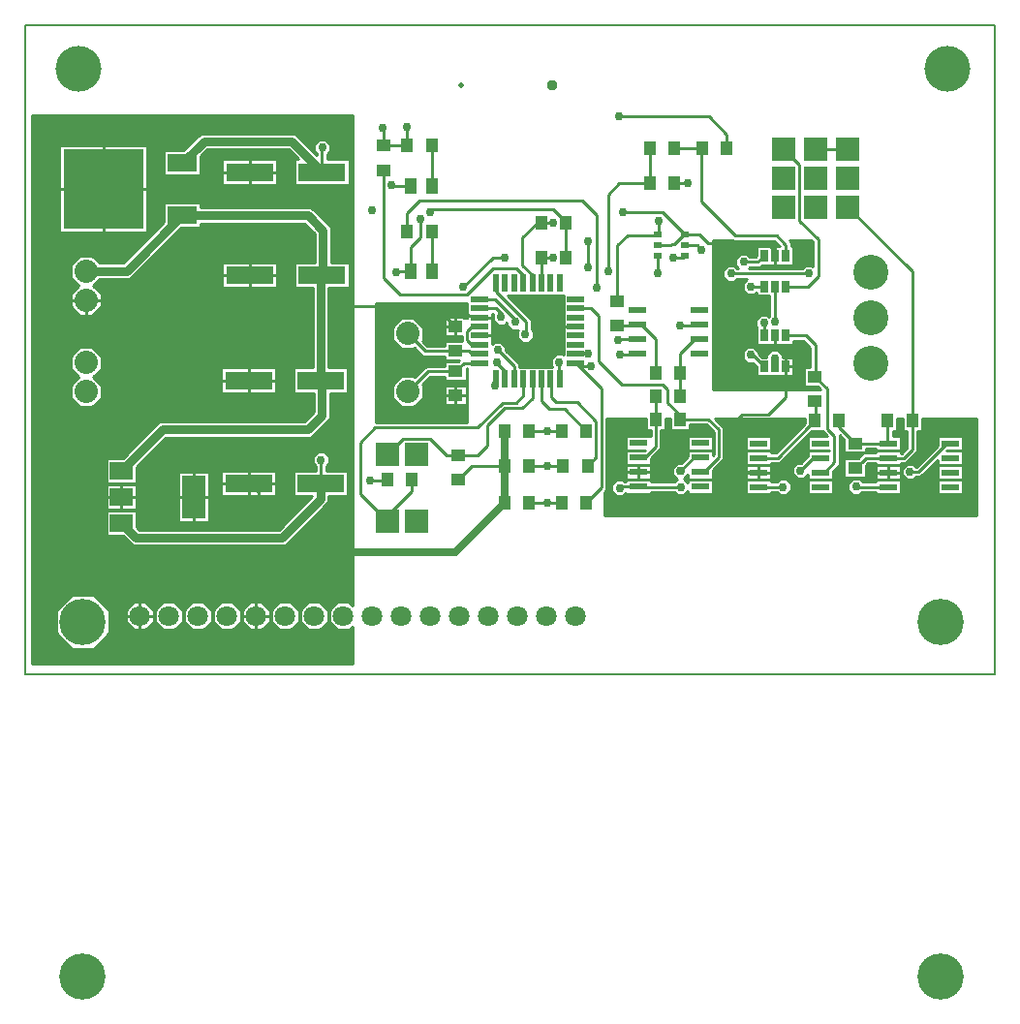
<source format=gbr>
G04 PROTEUS RS274X GERBER FILE*
%FSLAX45Y45*%
%MOMM*%
G01*
%ADD10C,0.254000*%
%ADD11C,0.635000*%
%ADD12C,0.762000*%
%ADD13C,0.762000*%
%ADD14R,6.985000X6.985000*%
%ADD15R,2.540000X1.524000*%
%ADD16R,4.140200X1.600200*%
%ADD17R,1.016000X1.270000*%
%ADD18R,0.990600X1.397000*%
%ADD19R,1.498600X0.558800*%
%ADD70R,0.558800X1.498600*%
%ADD71R,1.270000X1.016000*%
%ADD20C,2.032000*%
%ADD21C,3.048000*%
%ADD22R,2.032000X2.032000*%
%ADD23R,0.660400X0.990600*%
%ADD24R,1.549400X0.609600*%
%ADD25C,0.960000*%
%ADD26C,0.500000*%
%ADD27R,0.635000X0.508000*%
%ADD28R,2.032000X1.524000*%
%ADD29R,2.032000X3.810000*%
%ADD72C,1.800000*%
%ADD73C,4.050000*%
%ADD30C,4.000000*%
%ADD31C,0.203200*%
G36*
X-5600000Y+3022236D02*
X-5618982Y+3022236D01*
X-5637581Y+3003637D01*
X-5637581Y+2983819D01*
X-5796519Y+2983819D01*
X-5796519Y+2816181D01*
X-5643618Y+2816181D01*
X-5643618Y+2770459D01*
X-5796519Y+2770459D01*
X-5796519Y+2732359D01*
X-5949703Y+2732359D01*
X-5992482Y+2775138D01*
X-5985381Y+2782239D01*
X-5985381Y+2893761D01*
X-6064239Y+2972619D01*
X-6175761Y+2972619D01*
X-6254619Y+2893761D01*
X-6254619Y+2782239D01*
X-6175761Y+2703381D01*
X-6064239Y+2703381D01*
X-6057138Y+2710482D01*
X-5987577Y+2640921D01*
X-5796519Y+2640921D01*
X-5796519Y+2602821D01*
X-5671835Y+2602821D01*
X-5680837Y+2593819D01*
X-5796519Y+2593819D01*
X-5796519Y+2555719D01*
X-5958937Y+2555719D01*
X-6057138Y+2457518D01*
X-6064239Y+2464619D01*
X-6175761Y+2464619D01*
X-6254619Y+2385761D01*
X-6254619Y+2274239D01*
X-6175761Y+2195381D01*
X-6064239Y+2195381D01*
X-5985381Y+2274239D01*
X-5985381Y+2385761D01*
X-5992482Y+2392862D01*
X-5921063Y+2464281D01*
X-5796519Y+2464281D01*
X-5796519Y+2426181D01*
X-5603481Y+2426181D01*
X-5603481Y+2534281D01*
X-5600000Y+2534281D01*
X-5600000Y+2062831D01*
X-6400000Y+2062831D01*
X-6400000Y+3100000D01*
X-5600000Y+3100000D01*
X-5600000Y+3022236D01*
G37*
%LPC*%
G36*
X-5796519Y+2212821D02*
X-5796519Y+2380459D01*
X-5603481Y+2380459D01*
X-5603481Y+2212821D01*
X-5796519Y+2212821D01*
G37*
%LPD*%
G36*
X-1150000Y+1250000D02*
X-4400000Y+1250000D01*
X-4400000Y+1451984D01*
X-4379004Y+1472980D01*
X-4379004Y+2100000D01*
X-4037179Y+2100000D01*
X-4037179Y+1993481D01*
X-3995719Y+1993481D01*
X-3995719Y+1947499D01*
X-4210489Y+1947499D01*
X-4210489Y+1820501D01*
X-4044155Y+1820501D01*
X-4044157Y+1820499D01*
X-4210489Y+1820499D01*
X-4210489Y+1693501D01*
X-3989511Y+1693501D01*
X-3989511Y+1745833D01*
X-3904281Y+1831063D01*
X-3904281Y+1993481D01*
X-3869541Y+1993481D01*
X-3869541Y+2100000D01*
X-3823819Y+2100000D01*
X-3823819Y+1993481D01*
X-3656181Y+1993481D01*
X-3656181Y+2044281D01*
X-3508937Y+2044281D01*
X-3445719Y+1981063D01*
X-3445719Y+1778554D01*
X-3449511Y+1774762D01*
X-3449511Y+1820499D01*
X-3670489Y+1820499D01*
X-3670489Y+1768161D01*
X-3727962Y+1710688D01*
X-3763883Y+1710688D01*
X-3807203Y+1667368D01*
X-3807203Y+1608452D01*
X-3765542Y+1566791D01*
X-3763415Y+1566791D01*
X-3788103Y+1542103D01*
X-3989511Y+1542103D01*
X-3989511Y+1566499D01*
X-4210489Y+1566499D01*
X-4210489Y+1548719D01*
X-4226451Y+1548719D01*
X-4236873Y+1559141D01*
X-4295789Y+1559141D01*
X-4337450Y+1517480D01*
X-4337450Y+1458564D01*
X-4295789Y+1416903D01*
X-4236873Y+1416903D01*
X-4210489Y+1443287D01*
X-4210489Y+1439501D01*
X-3989511Y+1439501D01*
X-3989511Y+1450665D01*
X-3788103Y+1450665D01*
X-3762703Y+1425265D01*
X-3703787Y+1425265D01*
X-3670489Y+1458563D01*
X-3670489Y+1439501D01*
X-3449511Y+1439501D01*
X-3449511Y+1566499D01*
X-3670489Y+1566499D01*
X-3670489Y+1534205D01*
X-3703787Y+1567503D01*
X-3705914Y+1567503D01*
X-3670489Y+1602928D01*
X-3670489Y+1566501D01*
X-3449511Y+1566501D01*
X-3449511Y+1645450D01*
X-3354281Y+1740680D01*
X-3354281Y+2018937D01*
X-3435344Y+2100000D01*
X-2643819Y+2100000D01*
X-2643819Y+2056455D01*
X-2643953Y+2056306D01*
X-2904540Y+1795719D01*
X-2939511Y+1795719D01*
X-2939511Y+1813499D01*
X-3160489Y+1813499D01*
X-3160489Y+1686501D01*
X-2939511Y+1686501D01*
X-2939511Y+1704281D01*
X-2866666Y+1704281D01*
X-2587466Y+1983481D01*
X-2497196Y+1983481D01*
X-2454214Y+1940499D01*
X-2620489Y+1940499D01*
X-2620489Y+1813501D01*
X-2434221Y+1813501D01*
X-2434221Y+1813499D01*
X-2620489Y+1813499D01*
X-2620489Y+1770108D01*
X-2679909Y+1710688D01*
X-2715830Y+1710688D01*
X-2757491Y+1669027D01*
X-2757491Y+1610111D01*
X-2715830Y+1568450D01*
X-2656914Y+1568450D01*
X-2620489Y+1604875D01*
X-2620489Y+1559501D01*
X-2399511Y+1559501D01*
X-2399511Y+1636221D01*
X-2342783Y+1692949D01*
X-2342783Y+1948127D01*
X-2306519Y+1911863D01*
X-2306519Y+1796181D01*
X-2113481Y+1796181D01*
X-2113481Y+1831281D01*
X-2030489Y+1831281D01*
X-2030489Y+1813501D01*
X-1809511Y+1813501D01*
X-1809511Y+1940499D01*
X-1877641Y+1940499D01*
X-1877641Y+1983481D01*
X-1839541Y+1983481D01*
X-1839541Y+2100000D01*
X-1793819Y+2100000D01*
X-1793819Y+1983481D01*
X-1755719Y+1983481D01*
X-1755719Y+1841915D01*
X-1802911Y+1794723D01*
X-1809511Y+1794723D01*
X-1809511Y+1813499D01*
X-2030489Y+1813499D01*
X-2030489Y+1795719D01*
X-2134701Y+1795719D01*
X-2178778Y+1751642D01*
X-2180288Y+1750459D01*
X-2306519Y+1750459D01*
X-2306519Y+1582821D01*
X-2113481Y+1582821D01*
X-2113481Y+1687627D01*
X-2096827Y+1704281D01*
X-2030489Y+1704281D01*
X-2030489Y+1686501D01*
X-1809511Y+1686501D01*
X-1809511Y+1703285D01*
X-1765037Y+1703285D01*
X-1664281Y+1804041D01*
X-1664281Y+1983481D01*
X-1626181Y+1983481D01*
X-1626181Y+2100000D01*
X-1150000Y+2100000D01*
X-1150000Y+1250000D01*
G37*
%LPC*%
G36*
X-3160489Y+1813501D02*
X-3160489Y+1940499D01*
X-2939511Y+1940499D01*
X-2939511Y+1813501D01*
X-3160489Y+1813501D01*
G37*
G36*
X-3160489Y+1559501D02*
X-3160489Y+1686499D01*
X-2939511Y+1686499D01*
X-2939511Y+1559501D01*
X-3160489Y+1559501D01*
G37*
G36*
X-2766861Y+1527390D02*
X-2766861Y+1468474D01*
X-2808522Y+1426813D01*
X-2867438Y+1426813D01*
X-2892838Y+1452213D01*
X-2939511Y+1452213D01*
X-2939511Y+1432501D01*
X-3160489Y+1432501D01*
X-3160489Y+1559499D01*
X-2939511Y+1559499D01*
X-2939511Y+1543651D01*
X-2892838Y+1543651D01*
X-2867438Y+1569051D01*
X-2808522Y+1569051D01*
X-2766861Y+1527390D01*
G37*
G36*
X-2620489Y+1432501D02*
X-2620489Y+1559499D01*
X-2399511Y+1559499D01*
X-2399511Y+1432501D01*
X-2620489Y+1432501D01*
G37*
G36*
X-2030489Y+1559501D02*
X-2030489Y+1686499D01*
X-1809511Y+1686499D01*
X-1809511Y+1559501D01*
X-2030489Y+1559501D01*
G37*
G36*
X-2141142Y+1541719D02*
X-2030489Y+1541719D01*
X-2030489Y+1559499D01*
X-1809511Y+1559499D01*
X-1809511Y+1432501D01*
X-2030489Y+1432501D01*
X-2030489Y+1450281D01*
X-2149142Y+1450281D01*
X-2170542Y+1428881D01*
X-2229458Y+1428881D01*
X-2271119Y+1470542D01*
X-2271119Y+1529458D01*
X-2229458Y+1571119D01*
X-2170542Y+1571119D01*
X-2141142Y+1541719D01*
G37*
G36*
X-1490489Y+1432501D02*
X-1490489Y+1559499D01*
X-1269511Y+1559499D01*
X-1269511Y+1432501D01*
X-1490489Y+1432501D01*
G37*
G36*
X-1490489Y+1559501D02*
X-1490489Y+1686499D01*
X-1269511Y+1686499D01*
X-1269511Y+1559501D01*
X-1490489Y+1559501D01*
G37*
G36*
X-1269511Y+1813501D02*
X-1408143Y+1813501D01*
X-1408145Y+1813499D01*
X-1269511Y+1813499D01*
X-1269511Y+1686501D01*
X-1490489Y+1686501D01*
X-1490489Y+1731155D01*
X-1636887Y+1584757D01*
X-1673710Y+1584757D01*
X-1699110Y+1559357D01*
X-1758026Y+1559357D01*
X-1799687Y+1601018D01*
X-1799687Y+1659934D01*
X-1758026Y+1701595D01*
X-1699110Y+1701595D01*
X-1674236Y+1676720D01*
X-1490489Y+1860467D01*
X-1490489Y+1940499D01*
X-1269511Y+1940499D01*
X-1269511Y+1813501D01*
G37*
G36*
X-4210489Y+1566501D02*
X-4210489Y+1693499D01*
X-3989511Y+1693499D01*
X-3989511Y+1566501D01*
X-4210489Y+1566501D01*
G37*
G36*
X-3670489Y+1820501D02*
X-3670489Y+1947499D01*
X-3449511Y+1947499D01*
X-3449511Y+1820501D01*
X-3670489Y+1820501D01*
G37*
%LPD*%
G36*
X-6600000Y+3093258D02*
X-6616364Y+3109622D01*
X-6642666Y+3109622D01*
X-6661265Y+3091023D01*
X-6661265Y+3064721D01*
X-6642666Y+3046122D01*
X-6616364Y+3046122D01*
X-6600000Y+3062486D01*
X-6600000Y+461975D01*
X-6631044Y+493019D01*
X-6732956Y+493019D01*
X-6805019Y+420956D01*
X-6805019Y+319044D01*
X-6732956Y+246981D01*
X-6631044Y+246981D01*
X-6600000Y+278025D01*
X-6600000Y-50000D01*
X-9399040Y-50000D01*
X-9399040Y+4750000D01*
X-6600000Y+4750000D01*
X-6600000Y+3093258D01*
G37*
%LPC*%
G36*
X-9162269Y+3717731D02*
X-9162269Y+4482269D01*
X-8397731Y+4482269D01*
X-8397731Y+3717731D01*
X-9162269Y+3717731D01*
G37*
G36*
X-7929101Y+3942519D02*
X-6962191Y+3942519D01*
X-6789153Y+3769481D01*
X-6789153Y+3463029D01*
X-6629971Y+3463029D01*
X-6629971Y+3236971D01*
X-6808881Y+3236971D01*
X-6808881Y+2543029D01*
X-6639971Y+2543029D01*
X-6639971Y+2316971D01*
X-6797101Y+2316971D01*
X-6797101Y+2093374D01*
X-6961594Y+1928881D01*
X-8231683Y+1928881D01*
X-8485381Y+1675183D01*
X-8485381Y+1531921D01*
X-8754619Y+1531921D01*
X-8754619Y+1750359D01*
X-8611357Y+1750359D01*
X-8290597Y+2071119D01*
X-7020508Y+2071119D01*
X-6939339Y+2152288D01*
X-6939339Y+2316971D01*
X-7120029Y+2316971D01*
X-7120029Y+2543029D01*
X-6951119Y+2543029D01*
X-6951119Y+3236971D01*
X-7110029Y+3236971D01*
X-7110029Y+3463029D01*
X-6931391Y+3463029D01*
X-6931391Y+3710567D01*
X-7021105Y+3800281D01*
X-7929101Y+3800281D01*
X-7929101Y+3762181D01*
X-8097763Y+3762181D01*
X-8547063Y+3312881D01*
X-8810739Y+3312881D01*
X-8866620Y+3257000D01*
X-8795381Y+3185761D01*
X-8795381Y+3074239D01*
X-8874239Y+2995381D01*
X-8985761Y+2995381D01*
X-9064619Y+3074239D01*
X-9064619Y+3185761D01*
X-8993380Y+3257000D01*
X-9064619Y+3328239D01*
X-9064619Y+3439761D01*
X-8985761Y+3518619D01*
X-8874239Y+3518619D01*
X-8810739Y+3455119D01*
X-8605977Y+3455119D01*
X-8249139Y+3811957D01*
X-8249139Y+3980619D01*
X-7929101Y+3980619D01*
X-7929101Y+3942519D01*
G37*
G36*
X-6915719Y+4402411D02*
X-6915719Y+4414976D01*
X-6936233Y+4435490D01*
X-6936233Y+4494406D01*
X-6894572Y+4536067D01*
X-6835656Y+4536067D01*
X-6793995Y+4494406D01*
X-6793995Y+4435490D01*
X-6824281Y+4405204D01*
X-6824281Y+4363029D01*
X-6629971Y+4363029D01*
X-6629971Y+4136971D01*
X-7110029Y+4136971D01*
X-7110029Y+4363029D01*
X-7077489Y+4363029D01*
X-7160893Y+4446433D01*
X-7870711Y+4446433D01*
X-7929101Y+4388043D01*
X-7929101Y+4219381D01*
X-8249139Y+4219381D01*
X-8249139Y+4437819D01*
X-8080477Y+4437819D01*
X-7929625Y+4588671D01*
X-7101979Y+4588671D01*
X-6915719Y+4402411D01*
G37*
G36*
X-7740029Y+3236971D02*
X-7740029Y+3463029D01*
X-7259971Y+3463029D01*
X-7259971Y+3236971D01*
X-7740029Y+3236971D01*
G37*
G36*
X-7740029Y+4136971D02*
X-7740029Y+4363029D01*
X-7259971Y+4363029D01*
X-7259971Y+4136971D01*
X-7740029Y+4136971D01*
G37*
G36*
X-8795381Y+2639761D02*
X-8795381Y+2528239D01*
X-8866620Y+2457000D01*
X-8795381Y+2385761D01*
X-8795381Y+2274239D01*
X-8874239Y+2195381D01*
X-8985761Y+2195381D01*
X-9064619Y+2274239D01*
X-9064619Y+2385761D01*
X-8993380Y+2457000D01*
X-9064619Y+2528239D01*
X-9064619Y+2639761D01*
X-8985761Y+2718619D01*
X-8874239Y+2718619D01*
X-8795381Y+2639761D01*
G37*
G36*
X-7855461Y+1186481D02*
X-8124699Y+1186481D01*
X-8124699Y+1633519D01*
X-7855461Y+1633519D01*
X-7855461Y+1186481D01*
G37*
G36*
X-8485381Y+1519219D02*
X-8485381Y+1300781D01*
X-8754619Y+1300781D01*
X-8754619Y+1519219D01*
X-8485381Y+1519219D01*
G37*
G36*
X-6805386Y+1765621D02*
X-6805386Y+1706705D01*
X-6830786Y+1681305D01*
X-6830786Y+1643029D01*
X-6639971Y+1643029D01*
X-6639971Y+1416971D01*
X-6808881Y+1416971D01*
X-6808881Y+1364502D01*
X-7189033Y+984350D01*
X-8526066Y+984350D01*
X-8611357Y+1069641D01*
X-8754619Y+1069641D01*
X-8754619Y+1288079D01*
X-8485381Y+1288079D01*
X-8485381Y+1144817D01*
X-8467152Y+1126588D01*
X-7247947Y+1126588D01*
X-6957564Y+1416971D01*
X-7120029Y+1416971D01*
X-7120029Y+1643029D01*
X-6922224Y+1643029D01*
X-6922224Y+1681305D01*
X-6947624Y+1706705D01*
X-6947624Y+1765621D01*
X-6905963Y+1807282D01*
X-6847047Y+1807282D01*
X-6805386Y+1765621D01*
G37*
G36*
X-7750029Y+2316971D02*
X-7750029Y+2543029D01*
X-7269971Y+2543029D01*
X-7269971Y+2316971D01*
X-7750029Y+2316971D01*
G37*
G36*
X-7750029Y+1416971D02*
X-7750029Y+1643029D01*
X-7269971Y+1643029D01*
X-7269971Y+1416971D01*
X-7750029Y+1416971D01*
G37*
G36*
X-8583019Y+319044D02*
X-8583019Y+420956D01*
X-8510956Y+493019D01*
X-8409044Y+493019D01*
X-8336981Y+420956D01*
X-8336981Y+319044D01*
X-8409044Y+246981D01*
X-8510956Y+246981D01*
X-8583019Y+319044D01*
G37*
G36*
X-8329019Y+319044D02*
X-8329019Y+420956D01*
X-8256956Y+493019D01*
X-8155044Y+493019D01*
X-8082981Y+420956D01*
X-8082981Y+319044D01*
X-8155044Y+246981D01*
X-8256956Y+246981D01*
X-8329019Y+319044D01*
G37*
G36*
X-8075019Y+319044D02*
X-8075019Y+420956D01*
X-8002956Y+493019D01*
X-7901044Y+493019D01*
X-7828981Y+420956D01*
X-7828981Y+319044D01*
X-7901044Y+246981D01*
X-8002956Y+246981D01*
X-8075019Y+319044D01*
G37*
G36*
X-7821019Y+319044D02*
X-7821019Y+420956D01*
X-7748956Y+493019D01*
X-7647044Y+493019D01*
X-7574981Y+420956D01*
X-7574981Y+319044D01*
X-7647044Y+246981D01*
X-7748956Y+246981D01*
X-7821019Y+319044D01*
G37*
G36*
X-7567019Y+319044D02*
X-7567019Y+420956D01*
X-7494956Y+493019D01*
X-7393044Y+493019D01*
X-7320981Y+420956D01*
X-7320981Y+319044D01*
X-7393044Y+246981D01*
X-7494956Y+246981D01*
X-7567019Y+319044D01*
G37*
G36*
X-7313019Y+319044D02*
X-7313019Y+420956D01*
X-7240956Y+493019D01*
X-7139044Y+493019D01*
X-7066981Y+420956D01*
X-7066981Y+319044D01*
X-7139044Y+246981D01*
X-7240956Y+246981D01*
X-7313019Y+319044D01*
G37*
G36*
X-7059019Y+319044D02*
X-7059019Y+420956D01*
X-6986956Y+493019D01*
X-6885044Y+493019D01*
X-6812981Y+420956D01*
X-6812981Y+319044D01*
X-6885044Y+246981D01*
X-6986956Y+246981D01*
X-7059019Y+319044D01*
G37*
G36*
X-9195519Y+222445D02*
X-9195519Y+417555D01*
X-9057555Y+555519D01*
X-8862445Y+555519D01*
X-8724481Y+417555D01*
X-8724481Y+222445D01*
X-8862445Y+84481D01*
X-9057555Y+84481D01*
X-9195519Y+222445D01*
G37*
G36*
X-7453063Y+1302978D02*
X-7453063Y+1329280D01*
X-7434464Y+1347879D01*
X-7408162Y+1347879D01*
X-7389563Y+1329280D01*
X-7389563Y+1302978D01*
X-7408162Y+1284379D01*
X-7434464Y+1284379D01*
X-7453063Y+1302978D01*
G37*
G36*
X-6819514Y+910732D02*
X-6819514Y+937034D01*
X-6800915Y+955633D01*
X-6774613Y+955633D01*
X-6756014Y+937034D01*
X-6756014Y+910732D01*
X-6774613Y+892133D01*
X-6800915Y+892133D01*
X-6819514Y+910732D01*
G37*
G36*
X-6676786Y+3614750D02*
X-6676786Y+3641052D01*
X-6658187Y+3659651D01*
X-6631885Y+3659651D01*
X-6613286Y+3641052D01*
X-6613286Y+3614750D01*
X-6631885Y+3596151D01*
X-6658187Y+3596151D01*
X-6676786Y+3614750D01*
G37*
G36*
X-6676003Y+4013629D02*
X-6676003Y+4039931D01*
X-6657404Y+4058530D01*
X-6631102Y+4058530D01*
X-6612503Y+4039931D01*
X-6612503Y+4013629D01*
X-6631102Y+3995030D01*
X-6657404Y+3995030D01*
X-6676003Y+4013629D01*
G37*
G36*
X-6676633Y+4675972D02*
X-6676633Y+4702274D01*
X-6658034Y+4720873D01*
X-6631732Y+4720873D01*
X-6613133Y+4702274D01*
X-6613133Y+4675972D01*
X-6631732Y+4657373D01*
X-6658034Y+4657373D01*
X-6676633Y+4675972D01*
G37*
%LPD*%
G36*
X-3274319Y+3649663D02*
X-2914035Y+3649663D01*
X-2866921Y+3602549D01*
X-3071039Y+3602549D01*
X-3071039Y+3518617D01*
X-3077211Y+3512445D01*
X-3128416Y+3512445D01*
X-3153816Y+3537845D01*
X-3212732Y+3537845D01*
X-3254393Y+3496184D01*
X-3254393Y+3437268D01*
X-3227083Y+3409958D01*
X-3238672Y+3409958D01*
X-3264072Y+3435358D01*
X-3322988Y+3435358D01*
X-3364649Y+3393697D01*
X-3364649Y+3334781D01*
X-3322988Y+3293120D01*
X-3264072Y+3293120D01*
X-3238672Y+3318520D01*
X-3153533Y+3318520D01*
X-3192595Y+3279458D01*
X-3192595Y+3220542D01*
X-3150934Y+3178881D01*
X-3092018Y+3178881D01*
X-3071039Y+3199860D01*
X-3071039Y+3167451D01*
X-2955719Y+3167451D01*
X-2955719Y+2993071D01*
X-2960730Y+2988060D01*
X-2974850Y+3002180D01*
X-3033766Y+3002180D01*
X-3075427Y+2960519D01*
X-3075427Y+2901603D01*
X-3071039Y+2897215D01*
X-3071039Y+2737451D01*
X-2748961Y+2737451D01*
X-2748961Y+2774281D01*
X-2659497Y+2774281D01*
X-2602620Y+2717404D01*
X-2602620Y+2547179D01*
X-2656519Y+2547179D01*
X-2656519Y+2379541D01*
X-2540837Y+2379541D01*
X-2511296Y+2350000D01*
X-3450000Y+2350000D01*
X-3450000Y+3650000D01*
X-3274656Y+3650000D01*
X-3274319Y+3649663D01*
G37*
%LPC*%
G36*
X-3050357Y+2682434D02*
X-3050357Y+2660013D01*
X-3022893Y+2632549D01*
X-2983883Y+2632549D01*
X-2983883Y+2653908D01*
X-2942222Y+2695569D01*
X-2883306Y+2695569D01*
X-2841645Y+2653908D01*
X-2841645Y+2632549D01*
X-2748961Y+2632549D01*
X-2748961Y+2467451D01*
X-3071039Y+2467451D01*
X-3071039Y+2551383D01*
X-3101513Y+2581857D01*
X-3150934Y+2581857D01*
X-3192595Y+2623518D01*
X-3192595Y+2682434D01*
X-3150934Y+2724095D01*
X-3092018Y+2724095D01*
X-3050357Y+2682434D01*
G37*
%LPD*%
G36*
X-2575719Y+3641063D02*
X-2575719Y+3429225D01*
X-2583998Y+3437504D01*
X-2642914Y+3437504D01*
X-2670460Y+3409958D01*
X-3139465Y+3409958D01*
X-3128416Y+3421007D01*
X-3039337Y+3421007D01*
X-3022893Y+3437451D01*
X-2748961Y+3437451D01*
X-2748961Y+3602549D01*
X-2769282Y+3602549D01*
X-2769282Y+3634222D01*
X-2785060Y+3650000D01*
X-2584656Y+3650000D01*
X-2575719Y+3641063D01*
G37*
G36*
X-4757949Y+3079041D02*
X-4757949Y+2651963D01*
X-4765290Y+2659304D01*
X-4824206Y+2659304D01*
X-4865867Y+2617643D01*
X-4865867Y+2558727D01*
X-4855089Y+2547949D01*
X-5144281Y+2547949D01*
X-5144281Y+2574696D01*
X-5259576Y+2689991D01*
X-5259576Y+2725912D01*
X-5301237Y+2767573D01*
X-5360153Y+2767573D01*
X-5382051Y+2745675D01*
X-5382051Y+3014281D01*
X-5374546Y+3014281D01*
X-5375202Y+3013625D01*
X-5375202Y+2954709D01*
X-5333541Y+2913048D01*
X-5274625Y+2913048D01*
X-5253554Y+2934119D01*
X-5253554Y+2910527D01*
X-5211893Y+2868866D01*
X-5154161Y+2868866D01*
X-5161916Y+2861111D01*
X-5161916Y+2802195D01*
X-5120255Y+2760534D01*
X-5061339Y+2760534D01*
X-5019678Y+2802195D01*
X-5019678Y+2861111D01*
X-5035453Y+2876886D01*
X-5035453Y+2958195D01*
X-5249309Y+3172051D01*
X-4757949Y+3172051D01*
X-4757949Y+3079041D01*
G37*
D10*
X-1923360Y+2080000D02*
X-1923360Y+1880360D01*
X-1920000Y+1877000D01*
X-2207000Y+1877000D01*
X-2210000Y+1880000D01*
X-2346640Y+2016640D01*
X-2346640Y+2080000D01*
X-1710000Y+2080000D02*
X-1710000Y+1822978D01*
X-1783974Y+1749004D01*
X-1899004Y+1749004D01*
X-1900000Y+1750000D01*
X-1920000Y+1750000D01*
X-3050000Y+1750000D02*
X-2885603Y+1750000D01*
X-2610800Y+2024803D01*
X-2560000Y+2080000D01*
X-2557752Y+2082248D01*
X-2557752Y+2199200D01*
X-2560000Y+2250000D01*
X-1920000Y+1750000D02*
X-2115764Y+1750000D01*
X-2148324Y+1717440D01*
X-2210000Y+1666640D01*
X-2270000Y+4448000D02*
X-2550000Y+4448000D01*
X-5700000Y+2686640D02*
X-5586640Y+2686640D01*
X-5555122Y+2655122D01*
X-5465065Y+2655122D01*
X-5490000Y+2660000D01*
X-5700000Y+2510000D02*
X-5630000Y+2580000D01*
X-5490000Y+2580000D01*
X-6120000Y+2330000D02*
X-5940000Y+2510000D01*
X-5700000Y+2510000D01*
X-6120000Y+2838000D02*
X-5968640Y+2686640D01*
X-5700000Y+2686640D01*
X-4950000Y+3280000D02*
X-4950000Y+3500000D01*
X-5030000Y+3280000D02*
X-5030000Y+3349865D01*
X-5116946Y+3436811D01*
X-5116946Y+3678715D01*
X-4985661Y+3810000D01*
X-4950000Y+3810000D01*
X-4556640Y+1990000D02*
X-4749911Y+2183271D01*
X-4844027Y+2183271D01*
X-4883271Y+2183271D01*
X-4950000Y+2250000D01*
X-4950000Y+2365070D01*
X-4950000Y+2440000D01*
X-4546640Y+1680000D02*
X-4471652Y+1754988D01*
X-4471652Y+2071652D01*
X-4636188Y+2236188D01*
X-4818549Y+2236188D01*
X-4863626Y+2281265D01*
X-4863626Y+2298904D01*
X-4863626Y+2433626D01*
X-4870000Y+2440000D01*
X-4770000Y+1990000D02*
X-4900000Y+1990000D01*
X-5056640Y+1990000D01*
X-4760000Y+1680000D02*
X-4900000Y+1680000D01*
X-5056640Y+1680000D01*
X-4770000Y+1360000D02*
X-4900000Y+1360000D01*
X-5056640Y+1360000D01*
X-4794748Y+2588185D02*
X-4794748Y+2444748D01*
X-4790000Y+2440000D01*
D11*
X-5270000Y+1360000D02*
X-5270000Y+1680000D01*
X-5270000Y+1990000D01*
D10*
X-1380000Y+1877000D02*
X-1409300Y+1877000D01*
X-1655824Y+1630476D01*
X-1728568Y+1630476D01*
X-2686372Y+1639569D02*
X-2575941Y+1750000D01*
X-2510000Y+1750000D01*
X-3740262Y+2906188D02*
X-3580812Y+2906188D01*
X-3570000Y+2917000D01*
X-1920000Y+1496000D02*
X-2196000Y+1496000D01*
X-2200000Y+1500000D01*
X-2837980Y+1497932D02*
X-3048068Y+1497932D01*
X-3050000Y+1496000D01*
X-4265049Y+2655765D02*
X-4117235Y+2655765D01*
X-4110000Y+2663000D01*
X-1710000Y+2080000D02*
X-1710000Y+3380000D01*
X-2270000Y+3940000D01*
X-2815000Y+2550000D02*
X-2815000Y+2285000D01*
X-2900000Y+2200000D01*
X-2966367Y+2133633D01*
X-3193945Y+2133633D01*
X-3320786Y+2006792D01*
X-3320786Y+1997279D01*
X-3320786Y+1727741D01*
X-3222484Y+1629439D01*
X-3056439Y+1629439D01*
X-3050000Y+1623000D01*
X-2510000Y+1623000D02*
X-2477388Y+1623000D01*
X-2388502Y+1711886D01*
X-2388502Y+1939443D01*
X-2454701Y+2005642D01*
X-2454701Y+2358061D01*
X-2560000Y+2463360D01*
X-2815000Y+2820000D02*
X-2640560Y+2820000D01*
X-2556901Y+2736341D01*
X-2556901Y+2466459D01*
X-2560000Y+2463360D01*
X-2815000Y+2550000D02*
X-2815000Y+2627259D01*
X-2910393Y+2722652D01*
X-2910393Y+2819607D01*
X-2910000Y+2820000D01*
X-3005000Y+2550000D02*
X-3107976Y+2652976D01*
X-3121476Y+2652976D01*
X-4850000Y+3500000D02*
X-4950000Y+3500000D01*
X-3121476Y+3250000D02*
X-3005000Y+3250000D01*
X-3800000Y+3500000D02*
X-3709180Y+3500000D01*
X-3693160Y+3516020D01*
X-3005000Y+2820000D02*
X-3005000Y+2930369D01*
X-3004308Y+2931061D01*
X-4851917Y+3807813D02*
X-4947813Y+3807813D01*
X-4950000Y+3810000D01*
X-3183274Y+3466726D02*
X-3058274Y+3466726D01*
X-3005000Y+3520000D01*
X-3550000Y+3572798D02*
X-3587202Y+3610000D01*
X-3693160Y+3610000D01*
X-4100000Y+1757000D02*
X-4043000Y+1757000D01*
X-3950000Y+1850000D01*
X-3950000Y+2086640D01*
X-3953360Y+2090000D01*
X-3953360Y+2286640D01*
X-3950000Y+2290000D01*
X-3560000Y+1630000D02*
X-3529617Y+1630000D01*
X-3400000Y+1759617D01*
X-3400000Y+2000000D01*
X-3490000Y+2090000D01*
X-3740000Y+2090000D01*
X-3736640Y+2290000D02*
X-3736640Y+2490000D01*
X-3736640Y+2663360D01*
X-3610000Y+2790000D01*
X-3570000Y+2790000D01*
X-3950000Y+2490000D02*
X-3950000Y+2790244D01*
X-4076756Y+2917000D01*
X-4110000Y+2917000D01*
X-4290000Y+2910000D02*
X-4117000Y+2910000D01*
X-4110000Y+2917000D01*
X-4650000Y+3060000D02*
X-4518437Y+3060000D01*
X-4452042Y+2993605D01*
X-4452042Y+2597020D01*
X-4280754Y+2425732D01*
X-4248556Y+2393534D01*
X-3913696Y+2393534D01*
X-3913488Y+2393326D01*
X-3890340Y+2393326D01*
X-3845590Y+2348576D01*
X-3845590Y+2325428D01*
X-3845590Y+2235590D01*
X-3740000Y+2130000D01*
X-3740000Y+2090000D01*
X-3786640Y+4460000D02*
X-3550000Y+4460000D01*
X-3546680Y+4456680D01*
X-3543360Y+4460000D01*
X-2815000Y+3520000D02*
X-2815000Y+3615284D01*
X-2822860Y+3623144D01*
X-2895098Y+3695382D01*
X-2916070Y+3695382D01*
X-3255382Y+3695382D01*
X-3550000Y+3990000D01*
X-3550000Y+4453360D01*
X-3546680Y+4456680D01*
X-2910000Y+3250000D02*
X-2910000Y+2940000D01*
X-2908213Y+2940000D01*
X-2912764Y+2624450D02*
X-2910263Y+2621949D01*
X-2910263Y+2599530D01*
X-2910000Y+2550000D01*
X-2815000Y+3250000D02*
X-2620000Y+3250000D01*
X-2530000Y+3340000D01*
X-2530000Y+3660000D01*
X-2695435Y+3825435D01*
X-2695435Y+4311726D01*
X-2806229Y+4422520D01*
X-2818460Y+4422520D01*
X-2830000Y+4448000D01*
X-4110000Y+2790000D02*
X-4270000Y+2790000D01*
X-4280000Y+2780000D01*
X-3293530Y+3364239D02*
X-2621952Y+3364239D01*
X-2619806Y+3366385D01*
X-2613456Y+3366385D01*
X-4266331Y+1488022D02*
X-4251353Y+1503000D01*
X-4100000Y+1503000D01*
X-3733245Y+1496384D02*
X-4022530Y+1496384D01*
X-4100000Y+1503000D01*
X-4022530Y+1496384D02*
X-4093384Y+1496384D01*
X-4100000Y+1503000D01*
X-3734425Y+1639569D02*
X-3736084Y+1637910D01*
X-3734425Y+1639569D02*
X-3616994Y+1757000D01*
X-3560000Y+1757000D01*
D12*
X-8089120Y+3871400D02*
X-8576520Y+3384000D01*
X-8930000Y+3384000D01*
X-8089120Y+3871400D02*
X-6991648Y+3871400D01*
X-6860272Y+3740024D01*
X-6860272Y+3359728D01*
X-6870000Y+3350000D01*
X-6880000Y+2430000D02*
X-6880000Y+3340000D01*
X-6870000Y+3350000D01*
X-8620000Y+1641140D02*
X-8261140Y+2000000D01*
X-6991051Y+2000000D01*
X-6868220Y+2122831D01*
X-6868220Y+2418220D01*
X-6880000Y+2430000D01*
X-8620000Y+1178860D02*
X-8496609Y+1055469D01*
X-7218490Y+1055469D01*
X-6880000Y+1393959D01*
X-6880000Y+1530000D01*
D10*
X-4003360Y+4150000D02*
X-4003360Y+4456640D01*
X-4000000Y+4460000D01*
X-3790000Y+4150000D02*
X-3670952Y+4150000D01*
X-3670905Y+4149953D01*
X-4540685Y+3415995D02*
X-4540685Y+3642592D01*
X-4540593Y+3642684D01*
X-4540593Y+3643875D01*
X-4736640Y+3810000D02*
X-4736640Y+3500000D01*
X-6330000Y+4480000D02*
X-6330000Y+4632084D01*
X-6336064Y+4638148D01*
X-6330000Y+4480000D02*
X-6123360Y+4480000D01*
X-6123360Y+4640666D01*
X-6122591Y+4641435D01*
X-6870000Y+4250000D02*
X-6870000Y+4256116D01*
X-6870000Y+4460062D01*
X-6865114Y+4464948D01*
D12*
X-8089120Y+4328600D02*
X-7900168Y+4517552D01*
X-7131436Y+4517552D01*
X-6870000Y+4256116D01*
D10*
X-6330000Y+4266640D02*
X-6330000Y+3326974D01*
X-6181816Y+3178790D01*
X-5602052Y+3178790D01*
X-5375804Y+3405038D01*
X-5375804Y+3412108D01*
X-5172533Y+3412108D01*
X-5110000Y+3349575D01*
X-5110000Y+3280000D01*
X-5910000Y+4480000D02*
X-5910000Y+4130000D01*
X-5910000Y+3730000D02*
X-5910000Y+3380000D01*
X-3925154Y+3819253D02*
X-3925154Y+3713286D01*
X-3931920Y+3706520D01*
X-2910000Y+3520000D02*
X-2910000Y+3557209D01*
X-2978504Y+3625713D01*
X-3162888Y+3625713D01*
X-3492147Y+3625713D01*
X-3572954Y+3706520D01*
X-3693160Y+3706520D01*
X-3931920Y+3516020D02*
X-3931920Y+3370198D01*
X-3934903Y+3367215D01*
X-5269990Y+3504046D02*
X-5375745Y+3504046D01*
X-5636004Y+3243787D01*
X-5636004Y+3249840D01*
X-6876505Y+1736163D02*
X-6876505Y+1533495D01*
X-6880000Y+1530000D01*
X-5350000Y+3280000D02*
X-5350000Y+3208086D01*
X-5081172Y+2939258D01*
X-5081172Y+2831653D01*
X-5090797Y+2831653D01*
X-5490000Y+3140000D02*
X-5359438Y+3140000D01*
X-5170929Y+2951491D01*
X-5182435Y+2939985D01*
X-5490000Y+3060000D02*
X-5343994Y+3060000D01*
X-5286122Y+3002128D01*
X-5304083Y+2984167D01*
X-4619453Y+2549453D02*
X-4650000Y+2580000D01*
X-4556640Y+1360000D02*
X-4424722Y+1491918D01*
X-4424722Y+2354722D01*
X-4619453Y+2549453D01*
X-5030000Y+2440000D02*
X-5030000Y+2276719D01*
X-5118133Y+2188586D01*
X-5268463Y+2188586D01*
X-5424464Y+2032585D01*
X-5424464Y+1856728D01*
X-5509556Y+1771636D01*
X-5678276Y+1771636D01*
X-5680000Y+1773360D01*
X-5780384Y+1773360D01*
X-5926507Y+1919483D01*
X-6160517Y+1919483D01*
X-6300000Y+1780000D01*
X-5110000Y+2440000D02*
X-5110000Y+2297912D01*
X-5173701Y+2234211D01*
X-5287409Y+2234211D01*
X-5504508Y+2017112D01*
X-5612660Y+2017112D01*
X-6405818Y+2017112D01*
X-6534854Y+1888076D01*
X-6534854Y+1434854D01*
X-6300000Y+1200000D01*
X-7421313Y+1316129D02*
X-7421313Y+1447619D01*
X-7423684Y+1449990D01*
X-7510000Y+1530000D01*
X-5356295Y+2383548D02*
X-5350000Y+2440000D01*
X-6090000Y+3380000D02*
X-6090000Y+3598802D01*
X-6005974Y+3682828D01*
X-6005974Y+3838715D01*
X-5341123Y+2586619D02*
X-5341123Y+2580566D01*
X-5270000Y+2509443D01*
X-5270000Y+2440000D01*
X-5330695Y+2696454D02*
X-5190000Y+2555759D01*
X-5190000Y+2440000D01*
X-5270000Y+1680000D02*
X-5560000Y+1680000D01*
X-5680000Y+1560000D01*
D11*
X-5270000Y+1360000D02*
X-5706117Y+923883D01*
X-6787764Y+923883D01*
D10*
X-5700000Y+2900000D02*
X-5881358Y+3081358D01*
X-6385185Y+3081358D01*
X-6626029Y+3081358D01*
X-6629515Y+3077872D01*
X-6090000Y+3380000D02*
X-6214387Y+3380000D01*
X-6216477Y+3377910D01*
X-6090000Y+4130000D02*
X-6259334Y+4130000D01*
X-6262469Y+4133135D01*
X-6258897Y+4133135D01*
X-3693160Y+3706520D02*
X-3887698Y+3901058D01*
X-4235184Y+3901058D01*
X-5490000Y+2900000D02*
X-5559439Y+2900000D01*
X-5597899Y+2861540D01*
X-5597899Y+2778180D01*
X-5559719Y+2740000D01*
X-5490000Y+2740000D01*
X-5490000Y+2980000D02*
X-5558633Y+2980000D01*
X-5569119Y+2990486D01*
X-5605831Y+2990486D01*
X-4650000Y+2660000D02*
X-4587308Y+2660000D01*
X-4585738Y+2661570D01*
X-4545851Y+2661570D01*
X-3931920Y+3612540D02*
X-3818817Y+3612540D01*
X-3814585Y+3616772D01*
X-3791979Y+3616772D01*
X-3702231Y+3706520D01*
X-3693160Y+3706520D01*
X-6086640Y+1560000D02*
X-6086640Y+1463360D01*
X-6300000Y+1250000D01*
X-6300000Y+1200000D01*
X-6450000Y+1550000D02*
X-6310000Y+1550000D01*
X-6300000Y+1560000D01*
X-3330000Y+4460000D02*
X-3330000Y+4580000D01*
X-3485797Y+4735797D01*
X-4269818Y+4735797D01*
X-4290000Y+3123360D02*
X-4290000Y+3610000D01*
X-4200000Y+3700000D01*
X-3938440Y+3700000D01*
X-3931920Y+3706520D01*
X-6123360Y+3730000D02*
X-6123360Y+3889640D01*
X-6013000Y+4000000D01*
X-4594875Y+4000000D01*
X-4469502Y+3874627D01*
X-4469502Y+3236816D01*
X-4516849Y+2549453D02*
X-4619453Y+2549453D01*
X-4736640Y+3810000D02*
X-4736640Y+3812033D01*
X-4846562Y+3921955D01*
X-5898274Y+3921955D01*
X-5922580Y+3897649D01*
X-4003360Y+4150000D02*
X-4269183Y+4150000D01*
X-4367662Y+4051521D01*
X-4367662Y+3383694D01*
X-4369579Y+3381777D01*
D13*
X-4900000Y+1990000D03*
X-4900000Y+1680000D03*
X-4900000Y+1360000D03*
X-4794748Y+2588185D03*
X-1728568Y+1630476D03*
X-2686372Y+1639569D03*
X-3740262Y+2906188D03*
X-2200000Y+1500000D03*
X-2837980Y+1497932D03*
X-4265049Y+2655765D03*
X-3121476Y+2652976D03*
X-4850000Y+3500000D03*
X-3121476Y+3250000D03*
X-3800000Y+3500000D03*
X-3004308Y+2931061D03*
X-4851917Y+3807813D03*
X-3183274Y+3466726D03*
X-3550000Y+3572798D03*
X-2908213Y+2940000D03*
X-2912764Y+2624450D03*
X-4280000Y+2780000D03*
X-3293530Y+3364239D03*
X-2613456Y+3366385D03*
X-3733245Y+1496384D03*
X-3734425Y+1639569D03*
X-3736084Y+1637910D03*
X-4266331Y+1488022D03*
X-3670905Y+4149953D03*
X-4540685Y+3415995D03*
X-4540593Y+3643875D03*
X-6336064Y+4638148D03*
X-6122591Y+4641435D03*
X-6865114Y+4464948D03*
X-3925154Y+3819253D03*
X-5269990Y+3504046D03*
X-5636004Y+3249840D03*
X-6876505Y+1736163D03*
X-5090797Y+2831653D03*
X-5182435Y+2939985D03*
X-5304083Y+2984167D03*
X-7421313Y+1316129D03*
X-5356295Y+2383548D03*
X-6005974Y+3838715D03*
X-5341123Y+2586619D03*
X-5330695Y+2696454D03*
X-6787764Y+923883D03*
X-6629515Y+3077872D03*
X-6216477Y+3377910D03*
X-6645036Y+3627901D03*
X-6258897Y+4133135D03*
X-6644253Y+4026780D03*
X-6644883Y+4689123D03*
X-4235184Y+3901058D03*
X-5605831Y+2990486D03*
X-4545851Y+2661570D03*
X-6450000Y+1550000D03*
X-4269818Y+4735797D03*
X-4469502Y+3236816D03*
X-4516849Y+2549453D03*
X-5922580Y+3897649D03*
X-6428834Y+3913696D03*
X-4369579Y+3381777D03*
X-3934903Y+3367215D03*
D10*
X-5600000Y+3022236D02*
X-5618982Y+3022236D01*
X-5637581Y+3003637D01*
X-5637581Y+2983819D01*
X-5796519Y+2983819D01*
X-5796519Y+2816181D01*
X-5643618Y+2816181D01*
X-5643618Y+2770459D01*
X-5796519Y+2770459D01*
X-5796519Y+2732359D01*
X-5949703Y+2732359D01*
X-5992482Y+2775138D01*
X-5985381Y+2782239D01*
X-5985381Y+2893761D01*
X-6064239Y+2972619D01*
X-6175761Y+2972619D01*
X-6254619Y+2893761D01*
X-6254619Y+2782239D01*
X-6175761Y+2703381D01*
X-6064239Y+2703381D01*
X-6057138Y+2710482D01*
X-5987577Y+2640921D01*
X-5796519Y+2640921D01*
X-5796519Y+2602821D01*
X-5671835Y+2602821D01*
X-5680837Y+2593819D01*
X-5796519Y+2593819D01*
X-5796519Y+2555719D01*
X-5958937Y+2555719D01*
X-6057138Y+2457518D01*
X-6064239Y+2464619D01*
X-6175761Y+2464619D01*
X-6254619Y+2385761D01*
X-6254619Y+2274239D01*
X-6175761Y+2195381D01*
X-6064239Y+2195381D01*
X-5985381Y+2274239D01*
X-5985381Y+2385761D01*
X-5992482Y+2392862D01*
X-5921063Y+2464281D01*
X-5796519Y+2464281D01*
X-5796519Y+2426181D01*
X-5603481Y+2426181D01*
X-5603481Y+2534281D01*
X-5600000Y+2534281D01*
X-5600000Y+2062831D01*
X-6400000Y+2062831D01*
X-6400000Y+3100000D01*
X-5600000Y+3100000D01*
X-5600000Y+3022236D01*
X-5796519Y+2212821D02*
X-5796519Y+2380459D01*
X-5603481Y+2380459D01*
X-5603481Y+2212821D01*
X-5796519Y+2212821D01*
X-5700000Y+2983819D02*
X-5700000Y+2900000D01*
X-5700000Y+2816181D02*
X-5700000Y+2900000D01*
X-5796519Y+2900000D02*
X-5700000Y+2900000D01*
X-5700000Y+2212821D02*
X-5700000Y+2296640D01*
X-5700000Y+2380459D02*
X-5700000Y+2296640D01*
X-5603481Y+2296640D02*
X-5700000Y+2296640D01*
X-5796519Y+2296640D02*
X-5700000Y+2296640D01*
X-1150000Y+1250000D02*
X-4400000Y+1250000D01*
X-4400000Y+1451984D01*
X-4379004Y+1472980D01*
X-4379004Y+2100000D01*
X-4037179Y+2100000D01*
X-4037179Y+1993481D01*
X-3995719Y+1993481D01*
X-3995719Y+1947499D01*
X-4210489Y+1947499D01*
X-4210489Y+1820501D01*
X-4044155Y+1820501D01*
X-4044157Y+1820499D01*
X-4210489Y+1820499D01*
X-4210489Y+1693501D01*
X-3989511Y+1693501D01*
X-3989511Y+1745833D01*
X-3904281Y+1831063D01*
X-3904281Y+1993481D01*
X-3869541Y+1993481D01*
X-3869541Y+2100000D01*
X-3823819Y+2100000D01*
X-3823819Y+1993481D01*
X-3656181Y+1993481D01*
X-3656181Y+2044281D01*
X-3508937Y+2044281D01*
X-3445719Y+1981063D01*
X-3445719Y+1778554D01*
X-3449511Y+1774762D01*
X-3449511Y+1820499D01*
X-3670489Y+1820499D01*
X-3670489Y+1768161D01*
X-3727962Y+1710688D01*
X-3763883Y+1710688D01*
X-3807203Y+1667368D01*
X-3807203Y+1608452D01*
X-3765542Y+1566791D01*
X-3763415Y+1566791D01*
X-3788103Y+1542103D01*
X-3989511Y+1542103D01*
X-3989511Y+1566499D01*
X-4210489Y+1566499D01*
X-4210489Y+1548719D01*
X-4226451Y+1548719D01*
X-4236873Y+1559141D01*
X-4295789Y+1559141D01*
X-4337450Y+1517480D01*
X-4337450Y+1458564D01*
X-4295789Y+1416903D01*
X-4236873Y+1416903D01*
X-4210489Y+1443287D01*
X-4210489Y+1439501D01*
X-3989511Y+1439501D01*
X-3989511Y+1450665D01*
X-3788103Y+1450665D01*
X-3762703Y+1425265D01*
X-3703787Y+1425265D01*
X-3670489Y+1458563D01*
X-3670489Y+1439501D01*
X-3449511Y+1439501D01*
X-3449511Y+1566499D01*
X-3670489Y+1566499D01*
X-3670489Y+1534205D01*
X-3703787Y+1567503D01*
X-3705914Y+1567503D01*
X-3670489Y+1602928D01*
X-3670489Y+1566501D01*
X-3449511Y+1566501D01*
X-3449511Y+1645450D01*
X-3354281Y+1740680D01*
X-3354281Y+2018937D01*
X-3435344Y+2100000D01*
X-2643819Y+2100000D01*
X-2643819Y+2056455D01*
X-2643953Y+2056306D01*
X-2904540Y+1795719D01*
X-2939511Y+1795719D01*
X-2939511Y+1813499D01*
X-3160489Y+1813499D01*
X-3160489Y+1686501D01*
X-2939511Y+1686501D01*
X-2939511Y+1704281D01*
X-2866666Y+1704281D01*
X-2587466Y+1983481D01*
X-2497196Y+1983481D01*
X-2454214Y+1940499D01*
X-2620489Y+1940499D01*
X-2620489Y+1813501D01*
X-2434221Y+1813501D01*
X-2434221Y+1813499D01*
X-2620489Y+1813499D01*
X-2620489Y+1770108D01*
X-2679909Y+1710688D01*
X-2715830Y+1710688D01*
X-2757491Y+1669027D01*
X-2757491Y+1610111D01*
X-2715830Y+1568450D01*
X-2656914Y+1568450D01*
X-2620489Y+1604875D01*
X-2620489Y+1559501D01*
X-2399511Y+1559501D01*
X-2399511Y+1636221D01*
X-2342783Y+1692949D01*
X-2342783Y+1948127D01*
X-2306519Y+1911863D01*
X-2306519Y+1796181D01*
X-2113481Y+1796181D01*
X-2113481Y+1831281D01*
X-2030489Y+1831281D01*
X-2030489Y+1813501D01*
X-1809511Y+1813501D01*
X-1809511Y+1940499D01*
X-1877641Y+1940499D01*
X-1877641Y+1983481D01*
X-1839541Y+1983481D01*
X-1839541Y+2100000D01*
X-1793819Y+2100000D01*
X-1793819Y+1983481D01*
X-1755719Y+1983481D01*
X-1755719Y+1841915D01*
X-1802911Y+1794723D01*
X-1809511Y+1794723D01*
X-1809511Y+1813499D01*
X-2030489Y+1813499D01*
X-2030489Y+1795719D01*
X-2134701Y+1795719D01*
X-2178778Y+1751642D01*
X-2180288Y+1750459D01*
X-2306519Y+1750459D01*
X-2306519Y+1582821D01*
X-2113481Y+1582821D01*
X-2113481Y+1687627D01*
X-2096827Y+1704281D01*
X-2030489Y+1704281D01*
X-2030489Y+1686501D01*
X-1809511Y+1686501D01*
X-1809511Y+1703285D01*
X-1765037Y+1703285D01*
X-1664281Y+1804041D01*
X-1664281Y+1983481D01*
X-1626181Y+1983481D01*
X-1626181Y+2100000D01*
X-1150000Y+2100000D01*
X-1150000Y+1250000D01*
X-3160489Y+1813501D02*
X-3160489Y+1940499D01*
X-2939511Y+1940499D01*
X-2939511Y+1813501D01*
X-3160489Y+1813501D01*
X-3160489Y+1559501D02*
X-3160489Y+1686499D01*
X-2939511Y+1686499D01*
X-2939511Y+1559501D01*
X-3160489Y+1559501D01*
X-2766861Y+1527390D02*
X-2766861Y+1468474D01*
X-2808522Y+1426813D01*
X-2867438Y+1426813D01*
X-2892838Y+1452213D01*
X-2939511Y+1452213D01*
X-2939511Y+1432501D01*
X-3160489Y+1432501D01*
X-3160489Y+1559499D01*
X-2939511Y+1559499D01*
X-2939511Y+1543651D01*
X-2892838Y+1543651D01*
X-2867438Y+1569051D01*
X-2808522Y+1569051D01*
X-2766861Y+1527390D01*
X-2620489Y+1432501D02*
X-2620489Y+1559499D01*
X-2399511Y+1559499D01*
X-2399511Y+1432501D01*
X-2620489Y+1432501D01*
X-2030489Y+1559501D02*
X-2030489Y+1686499D01*
X-1809511Y+1686499D01*
X-1809511Y+1559501D01*
X-2030489Y+1559501D01*
X-2141142Y+1541719D02*
X-2030489Y+1541719D01*
X-2030489Y+1559499D01*
X-1809511Y+1559499D01*
X-1809511Y+1432501D01*
X-2030489Y+1432501D01*
X-2030489Y+1450281D01*
X-2149142Y+1450281D01*
X-2170542Y+1428881D01*
X-2229458Y+1428881D01*
X-2271119Y+1470542D01*
X-2271119Y+1529458D01*
X-2229458Y+1571119D01*
X-2170542Y+1571119D01*
X-2141142Y+1541719D01*
X-1490489Y+1432501D02*
X-1490489Y+1559499D01*
X-1269511Y+1559499D01*
X-1269511Y+1432501D01*
X-1490489Y+1432501D01*
X-1490489Y+1559501D02*
X-1490489Y+1686499D01*
X-1269511Y+1686499D01*
X-1269511Y+1559501D01*
X-1490489Y+1559501D01*
X-1269511Y+1813501D02*
X-1408143Y+1813501D01*
X-1408145Y+1813499D01*
X-1269511Y+1813499D01*
X-1269511Y+1686501D01*
X-1490489Y+1686501D01*
X-1490489Y+1731155D01*
X-1636887Y+1584757D01*
X-1673710Y+1584757D01*
X-1699110Y+1559357D01*
X-1758026Y+1559357D01*
X-1799687Y+1601018D01*
X-1799687Y+1659934D01*
X-1758026Y+1701595D01*
X-1699110Y+1701595D01*
X-1674236Y+1676720D01*
X-1490489Y+1860467D01*
X-1490489Y+1940499D01*
X-1269511Y+1940499D01*
X-1269511Y+1813501D01*
X-4210489Y+1566501D02*
X-4210489Y+1693499D01*
X-3989511Y+1693499D01*
X-3989511Y+1566501D01*
X-4210489Y+1566501D01*
X-3670489Y+1820501D02*
X-3670489Y+1947499D01*
X-3449511Y+1947499D01*
X-3449511Y+1820501D01*
X-3670489Y+1820501D01*
X-3050000Y+1559501D02*
X-3050000Y+1623000D01*
X-3050000Y+1686499D02*
X-3050000Y+1623000D01*
X-2939511Y+1623000D02*
X-3050000Y+1623000D01*
X-3160489Y+1623000D02*
X-3050000Y+1623000D01*
X-1920000Y+1559501D02*
X-1920000Y+1623000D01*
X-1920000Y+1686499D02*
X-1920000Y+1623000D01*
X-1809511Y+1623000D02*
X-1920000Y+1623000D01*
X-2030489Y+1623000D02*
X-1920000Y+1623000D01*
X-4100000Y+1566501D02*
X-4100000Y+1630000D01*
X-4100000Y+1693499D02*
X-4100000Y+1630000D01*
X-3989511Y+1630000D02*
X-4100000Y+1630000D01*
X-4210489Y+1630000D02*
X-4100000Y+1630000D01*
X-6600000Y+3093258D02*
X-6616364Y+3109622D01*
X-6642666Y+3109622D01*
X-6661265Y+3091023D01*
X-6661265Y+3064721D01*
X-6642666Y+3046122D01*
X-6616364Y+3046122D01*
X-6600000Y+3062486D01*
X-6600000Y+461975D01*
X-6631044Y+493019D01*
X-6732956Y+493019D01*
X-6805019Y+420956D01*
X-6805019Y+319044D01*
X-6732956Y+246981D01*
X-6631044Y+246981D01*
X-6600000Y+278025D01*
X-6600000Y-50000D01*
X-9399040Y-50000D01*
X-9399040Y+4750000D01*
X-6600000Y+4750000D01*
X-6600000Y+3093258D01*
X-9162269Y+3717731D02*
X-9162269Y+4482269D01*
X-8397731Y+4482269D01*
X-8397731Y+3717731D01*
X-9162269Y+3717731D01*
X-7929101Y+3942519D02*
X-6962191Y+3942519D01*
X-6789153Y+3769481D01*
X-6789153Y+3463029D01*
X-6629971Y+3463029D01*
X-6629971Y+3236971D01*
X-6808881Y+3236971D01*
X-6808881Y+2543029D01*
X-6639971Y+2543029D01*
X-6639971Y+2316971D01*
X-6797101Y+2316971D01*
X-6797101Y+2093374D01*
X-6961594Y+1928881D01*
X-8231683Y+1928881D01*
X-8485381Y+1675183D01*
X-8485381Y+1531921D01*
X-8754619Y+1531921D01*
X-8754619Y+1750359D01*
X-8611357Y+1750359D01*
X-8290597Y+2071119D01*
X-7020508Y+2071119D01*
X-6939339Y+2152288D01*
X-6939339Y+2316971D01*
X-7120029Y+2316971D01*
X-7120029Y+2543029D01*
X-6951119Y+2543029D01*
X-6951119Y+3236971D01*
X-7110029Y+3236971D01*
X-7110029Y+3463029D01*
X-6931391Y+3463029D01*
X-6931391Y+3710567D01*
X-7021105Y+3800281D01*
X-7929101Y+3800281D01*
X-7929101Y+3762181D01*
X-8097763Y+3762181D01*
X-8547063Y+3312881D01*
X-8810739Y+3312881D01*
X-8866620Y+3257000D01*
X-8795381Y+3185761D01*
X-8795381Y+3074239D01*
X-8874239Y+2995381D01*
X-8985761Y+2995381D01*
X-9064619Y+3074239D01*
X-9064619Y+3185761D01*
X-8993380Y+3257000D01*
X-9064619Y+3328239D01*
X-9064619Y+3439761D01*
X-8985761Y+3518619D01*
X-8874239Y+3518619D01*
X-8810739Y+3455119D01*
X-8605977Y+3455119D01*
X-8249139Y+3811957D01*
X-8249139Y+3980619D01*
X-7929101Y+3980619D01*
X-7929101Y+3942519D01*
X-6915719Y+4402411D02*
X-6915719Y+4414976D01*
X-6936233Y+4435490D01*
X-6936233Y+4494406D01*
X-6894572Y+4536067D01*
X-6835656Y+4536067D01*
X-6793995Y+4494406D01*
X-6793995Y+4435490D01*
X-6824281Y+4405204D01*
X-6824281Y+4363029D01*
X-6629971Y+4363029D01*
X-6629971Y+4136971D01*
X-7110029Y+4136971D01*
X-7110029Y+4363029D01*
X-7077489Y+4363029D01*
X-7160893Y+4446433D01*
X-7870711Y+4446433D01*
X-7929101Y+4388043D01*
X-7929101Y+4219381D01*
X-8249139Y+4219381D01*
X-8249139Y+4437819D01*
X-8080477Y+4437819D01*
X-7929625Y+4588671D01*
X-7101979Y+4588671D01*
X-6915719Y+4402411D01*
X-7740029Y+3236971D02*
X-7740029Y+3463029D01*
X-7259971Y+3463029D01*
X-7259971Y+3236971D01*
X-7740029Y+3236971D01*
X-7740029Y+4136971D02*
X-7740029Y+4363029D01*
X-7259971Y+4363029D01*
X-7259971Y+4136971D01*
X-7740029Y+4136971D01*
X-8795381Y+2639761D02*
X-8795381Y+2528239D01*
X-8866620Y+2457000D01*
X-8795381Y+2385761D01*
X-8795381Y+2274239D01*
X-8874239Y+2195381D01*
X-8985761Y+2195381D01*
X-9064619Y+2274239D01*
X-9064619Y+2385761D01*
X-8993380Y+2457000D01*
X-9064619Y+2528239D01*
X-9064619Y+2639761D01*
X-8985761Y+2718619D01*
X-8874239Y+2718619D01*
X-8795381Y+2639761D01*
X-7855461Y+1186481D02*
X-8124699Y+1186481D01*
X-8124699Y+1633519D01*
X-7855461Y+1633519D01*
X-7855461Y+1186481D01*
X-8485381Y+1519219D02*
X-8485381Y+1300781D01*
X-8754619Y+1300781D01*
X-8754619Y+1519219D01*
X-8485381Y+1519219D01*
X-6805386Y+1765621D02*
X-6805386Y+1706705D01*
X-6830786Y+1681305D01*
X-6830786Y+1643029D01*
X-6639971Y+1643029D01*
X-6639971Y+1416971D01*
X-6808881Y+1416971D01*
X-6808881Y+1364502D01*
X-7189033Y+984350D01*
X-8526066Y+984350D01*
X-8611357Y+1069641D01*
X-8754619Y+1069641D01*
X-8754619Y+1288079D01*
X-8485381Y+1288079D01*
X-8485381Y+1144817D01*
X-8467152Y+1126588D01*
X-7247947Y+1126588D01*
X-6957564Y+1416971D01*
X-7120029Y+1416971D01*
X-7120029Y+1643029D01*
X-6922224Y+1643029D01*
X-6922224Y+1681305D01*
X-6947624Y+1706705D01*
X-6947624Y+1765621D01*
X-6905963Y+1807282D01*
X-6847047Y+1807282D01*
X-6805386Y+1765621D01*
X-7750029Y+2316971D02*
X-7750029Y+2543029D01*
X-7269971Y+2543029D01*
X-7269971Y+2316971D01*
X-7750029Y+2316971D01*
X-7750029Y+1416971D02*
X-7750029Y+1643029D01*
X-7269971Y+1643029D01*
X-7269971Y+1416971D01*
X-7750029Y+1416971D01*
X-8583019Y+319044D02*
X-8583019Y+420956D01*
X-8510956Y+493019D01*
X-8409044Y+493019D01*
X-8336981Y+420956D01*
X-8336981Y+319044D01*
X-8409044Y+246981D01*
X-8510956Y+246981D01*
X-8583019Y+319044D01*
X-8329019Y+319044D02*
X-8329019Y+420956D01*
X-8256956Y+493019D01*
X-8155044Y+493019D01*
X-8082981Y+420956D01*
X-8082981Y+319044D01*
X-8155044Y+246981D01*
X-8256956Y+246981D01*
X-8329019Y+319044D01*
X-8075019Y+319044D02*
X-8075019Y+420956D01*
X-8002956Y+493019D01*
X-7901044Y+493019D01*
X-7828981Y+420956D01*
X-7828981Y+319044D01*
X-7901044Y+246981D01*
X-8002956Y+246981D01*
X-8075019Y+319044D01*
X-7821019Y+319044D02*
X-7821019Y+420956D01*
X-7748956Y+493019D01*
X-7647044Y+493019D01*
X-7574981Y+420956D01*
X-7574981Y+319044D01*
X-7647044Y+246981D01*
X-7748956Y+246981D01*
X-7821019Y+319044D01*
X-7567019Y+319044D02*
X-7567019Y+420956D01*
X-7494956Y+493019D01*
X-7393044Y+493019D01*
X-7320981Y+420956D01*
X-7320981Y+319044D01*
X-7393044Y+246981D01*
X-7494956Y+246981D01*
X-7567019Y+319044D01*
X-7313019Y+319044D02*
X-7313019Y+420956D01*
X-7240956Y+493019D01*
X-7139044Y+493019D01*
X-7066981Y+420956D01*
X-7066981Y+319044D01*
X-7139044Y+246981D01*
X-7240956Y+246981D01*
X-7313019Y+319044D01*
X-7059019Y+319044D02*
X-7059019Y+420956D01*
X-6986956Y+493019D01*
X-6885044Y+493019D01*
X-6812981Y+420956D01*
X-6812981Y+319044D01*
X-6885044Y+246981D01*
X-6986956Y+246981D01*
X-7059019Y+319044D01*
X-9195519Y+222445D02*
X-9195519Y+417555D01*
X-9057555Y+555519D01*
X-8862445Y+555519D01*
X-8724481Y+417555D01*
X-8724481Y+222445D01*
X-8862445Y+84481D01*
X-9057555Y+84481D01*
X-9195519Y+222445D01*
X-7453063Y+1302978D02*
X-7453063Y+1329280D01*
X-7434464Y+1347879D01*
X-7408162Y+1347879D01*
X-7389563Y+1329280D01*
X-7389563Y+1302978D01*
X-7408162Y+1284379D01*
X-7434464Y+1284379D01*
X-7453063Y+1302978D01*
X-6819514Y+910732D02*
X-6819514Y+937034D01*
X-6800915Y+955633D01*
X-6774613Y+955633D01*
X-6756014Y+937034D01*
X-6756014Y+910732D01*
X-6774613Y+892133D01*
X-6800915Y+892133D01*
X-6819514Y+910732D01*
X-6676786Y+3614750D02*
X-6676786Y+3641052D01*
X-6658187Y+3659651D01*
X-6631885Y+3659651D01*
X-6613286Y+3641052D01*
X-6613286Y+3614750D01*
X-6631885Y+3596151D01*
X-6658187Y+3596151D01*
X-6676786Y+3614750D01*
X-6676003Y+4013629D02*
X-6676003Y+4039931D01*
X-6657404Y+4058530D01*
X-6631102Y+4058530D01*
X-6612503Y+4039931D01*
X-6612503Y+4013629D01*
X-6631102Y+3995030D01*
X-6657404Y+3995030D01*
X-6676003Y+4013629D01*
X-6676633Y+4675972D02*
X-6676633Y+4702274D01*
X-6658034Y+4720873D01*
X-6631732Y+4720873D01*
X-6613133Y+4702274D01*
X-6613133Y+4675972D01*
X-6631732Y+4657373D01*
X-6658034Y+4657373D01*
X-6676633Y+4675972D01*
X-8780000Y+3717731D02*
X-8780000Y+4100000D01*
X-8780000Y+4482269D02*
X-8780000Y+4100000D01*
X-8397731Y+4100000D02*
X-8780000Y+4100000D01*
X-9162269Y+4100000D02*
X-8780000Y+4100000D01*
X-7500000Y+3236971D02*
X-7500000Y+3350000D01*
X-7500000Y+3463029D02*
X-7500000Y+3350000D01*
X-7259971Y+3350000D02*
X-7500000Y+3350000D01*
X-7740029Y+3350000D02*
X-7500000Y+3350000D01*
X-7500000Y+4136971D02*
X-7500000Y+4250000D01*
X-7500000Y+4363029D02*
X-7500000Y+4250000D01*
X-7259971Y+4250000D02*
X-7500000Y+4250000D01*
X-7740029Y+4250000D02*
X-7500000Y+4250000D01*
X-8930000Y+2995381D02*
X-8930000Y+3130000D01*
X-8795381Y+3130000D02*
X-8930000Y+3130000D01*
X-9064619Y+3130000D02*
X-8930000Y+3130000D01*
X-7855461Y+1410000D02*
X-7990080Y+1410000D01*
X-8124699Y+1410000D02*
X-7990080Y+1410000D01*
X-7990080Y+1633519D02*
X-7990080Y+1410000D01*
X-7990080Y+1186481D02*
X-7990080Y+1410000D01*
X-8620000Y+1519219D02*
X-8620000Y+1410000D01*
X-8620000Y+1300781D02*
X-8620000Y+1410000D01*
X-8754619Y+1410000D02*
X-8620000Y+1410000D01*
X-8485381Y+1410000D02*
X-8620000Y+1410000D01*
X-7510000Y+2316971D02*
X-7510000Y+2430000D01*
X-7510000Y+2543029D02*
X-7510000Y+2430000D01*
X-7269971Y+2430000D02*
X-7510000Y+2430000D01*
X-7750029Y+2430000D02*
X-7510000Y+2430000D01*
X-7510000Y+1416971D02*
X-7510000Y+1530000D01*
X-7510000Y+1643029D02*
X-7510000Y+1530000D01*
X-7269971Y+1530000D02*
X-7510000Y+1530000D01*
X-7750029Y+1530000D02*
X-7510000Y+1530000D01*
X-8583019Y+370000D02*
X-8460000Y+370000D01*
X-8336981Y+370000D02*
X-8460000Y+370000D01*
X-8460000Y+246981D02*
X-8460000Y+370000D01*
X-8460000Y+493019D02*
X-8460000Y+370000D01*
X-7567019Y+370000D02*
X-7444000Y+370000D01*
X-7320981Y+370000D02*
X-7444000Y+370000D01*
X-7444000Y+246981D02*
X-7444000Y+370000D01*
X-7444000Y+493019D02*
X-7444000Y+370000D01*
X-3274319Y+3649663D02*
X-2914035Y+3649663D01*
X-2866921Y+3602549D01*
X-3071039Y+3602549D01*
X-3071039Y+3518617D01*
X-3077211Y+3512445D01*
X-3128416Y+3512445D01*
X-3153816Y+3537845D01*
X-3212732Y+3537845D01*
X-3254393Y+3496184D01*
X-3254393Y+3437268D01*
X-3227083Y+3409958D01*
X-3238672Y+3409958D01*
X-3264072Y+3435358D01*
X-3322988Y+3435358D01*
X-3364649Y+3393697D01*
X-3364649Y+3334781D01*
X-3322988Y+3293120D01*
X-3264072Y+3293120D01*
X-3238672Y+3318520D01*
X-3153533Y+3318520D01*
X-3192595Y+3279458D01*
X-3192595Y+3220542D01*
X-3150934Y+3178881D01*
X-3092018Y+3178881D01*
X-3071039Y+3199860D01*
X-3071039Y+3167451D01*
X-2955719Y+3167451D01*
X-2955719Y+2993071D01*
X-2960730Y+2988060D01*
X-2974850Y+3002180D01*
X-3033766Y+3002180D01*
X-3075427Y+2960519D01*
X-3075427Y+2901603D01*
X-3071039Y+2897215D01*
X-3071039Y+2737451D01*
X-2748961Y+2737451D01*
X-2748961Y+2774281D01*
X-2659497Y+2774281D01*
X-2602620Y+2717404D01*
X-2602620Y+2547179D01*
X-2656519Y+2547179D01*
X-2656519Y+2379541D01*
X-2540837Y+2379541D01*
X-2511296Y+2350000D01*
X-3450000Y+2350000D01*
X-3450000Y+3650000D01*
X-3274656Y+3650000D01*
X-3274319Y+3649663D01*
X-3050357Y+2682434D02*
X-3050357Y+2660013D01*
X-3022893Y+2632549D01*
X-2983883Y+2632549D01*
X-2983883Y+2653908D01*
X-2942222Y+2695569D01*
X-2883306Y+2695569D01*
X-2841645Y+2653908D01*
X-2841645Y+2632549D01*
X-2748961Y+2632549D01*
X-2748961Y+2467451D01*
X-3071039Y+2467451D01*
X-3071039Y+2551383D01*
X-3101513Y+2581857D01*
X-3150934Y+2581857D01*
X-3192595Y+2623518D01*
X-3192595Y+2682434D01*
X-3150934Y+2724095D01*
X-3092018Y+2724095D01*
X-3050357Y+2682434D01*
X-2575719Y+3641063D02*
X-2575719Y+3429225D01*
X-2583998Y+3437504D01*
X-2642914Y+3437504D01*
X-2670460Y+3409958D01*
X-3139465Y+3409958D01*
X-3128416Y+3421007D01*
X-3039337Y+3421007D01*
X-3022893Y+3437451D01*
X-2748961Y+3437451D01*
X-2748961Y+3602549D01*
X-2769282Y+3602549D01*
X-2769282Y+3634222D01*
X-2785060Y+3650000D01*
X-2584656Y+3650000D01*
X-2575719Y+3641063D01*
X-2910000Y+2737451D02*
X-2910000Y+2820000D01*
X-2748961Y+2550000D02*
X-2815000Y+2550000D01*
X-2815000Y+2467451D02*
X-2815000Y+2550000D01*
X-2815000Y+2632549D02*
X-2815000Y+2550000D01*
X-2910000Y+3437451D02*
X-2910000Y+3520000D01*
X-2910000Y+3602549D02*
X-2910000Y+3520000D01*
X-4757949Y+3079041D02*
X-4757949Y+2651963D01*
X-4765290Y+2659304D01*
X-4824206Y+2659304D01*
X-4865867Y+2617643D01*
X-4865867Y+2558727D01*
X-4855089Y+2547949D01*
X-5144281Y+2547949D01*
X-5144281Y+2574696D01*
X-5259576Y+2689991D01*
X-5259576Y+2725912D01*
X-5301237Y+2767573D01*
X-5360153Y+2767573D01*
X-5382051Y+2745675D01*
X-5382051Y+3014281D01*
X-5374546Y+3014281D01*
X-5375202Y+3013625D01*
X-5375202Y+2954709D01*
X-5333541Y+2913048D01*
X-5274625Y+2913048D01*
X-5253554Y+2934119D01*
X-5253554Y+2910527D01*
X-5211893Y+2868866D01*
X-5154161Y+2868866D01*
X-5161916Y+2861111D01*
X-5161916Y+2802195D01*
X-5120255Y+2760534D01*
X-5061339Y+2760534D01*
X-5019678Y+2802195D01*
X-5019678Y+2861111D01*
X-5035453Y+2876886D01*
X-5035453Y+2958195D01*
X-5249309Y+3172051D01*
X-4757949Y+3172051D01*
X-4757949Y+3079041D01*
X-5382051Y+2980000D02*
X-5490000Y+2980000D01*
X-5382051Y+2820000D02*
X-5490000Y+2820000D01*
X-4757949Y+2900000D02*
X-4650000Y+2900000D01*
D14*
X-8780000Y+4100000D03*
D15*
X-8089120Y+3871400D03*
X-8089120Y+4328600D03*
D16*
X-7500000Y+3350000D03*
X-6870000Y+3350000D03*
X-7500000Y+4250000D03*
X-6870000Y+4250000D03*
D17*
X-6123360Y+4480000D03*
X-5910000Y+4480000D03*
D18*
X-5910000Y+4130000D03*
X-6090000Y+4130000D03*
D19*
X-5490000Y+3140000D03*
X-5490000Y+3060000D03*
X-5490000Y+2980000D03*
X-5490000Y+2900000D03*
X-5490000Y+2820000D03*
X-5490000Y+2740000D03*
X-5490000Y+2660000D03*
X-5490000Y+2580000D03*
D70*
X-5350000Y+2440000D03*
X-5270000Y+2440000D03*
X-5190000Y+2440000D03*
X-5110000Y+2440000D03*
X-5030000Y+2440000D03*
X-4950000Y+2440000D03*
X-4870000Y+2440000D03*
X-4790000Y+2440000D03*
D19*
X-4650000Y+2580000D03*
X-4650000Y+2660000D03*
X-4650000Y+2740000D03*
X-4650000Y+2820000D03*
X-4650000Y+2900000D03*
X-4650000Y+2980000D03*
X-4650000Y+3060000D03*
X-4650000Y+3140000D03*
D70*
X-4790000Y+3280000D03*
X-4870000Y+3280000D03*
X-4950000Y+3280000D03*
X-5030000Y+3280000D03*
X-5110000Y+3280000D03*
X-5190000Y+3280000D03*
X-5270000Y+3280000D03*
X-5350000Y+3280000D03*
D71*
X-5700000Y+2900000D03*
X-5700000Y+2686640D03*
X-5700000Y+2296640D03*
X-5700000Y+2510000D03*
D20*
X-6120000Y+2330000D03*
X-6120000Y+2838000D03*
D21*
X-2070000Y+3372480D03*
X-2070000Y+2976240D03*
X-2070000Y+2580000D03*
D20*
X-8930000Y+3130000D03*
X-8930000Y+3384000D03*
X-8930000Y+2330000D03*
X-8930000Y+2584000D03*
D22*
X-2830000Y+3940000D03*
X-2830000Y+4194000D03*
X-2830000Y+4448000D03*
X-2550000Y+3940000D03*
X-2550000Y+4194000D03*
X-2550000Y+4448000D03*
X-2270000Y+3940000D03*
X-2270000Y+4194000D03*
X-2270000Y+4448000D03*
D23*
X-2815000Y+2820000D03*
X-2910000Y+2820000D03*
X-3005000Y+2820000D03*
X-3005000Y+2550000D03*
X-2910000Y+2550000D03*
X-2815000Y+2550000D03*
X-2815000Y+3520000D03*
X-2910000Y+3520000D03*
X-3005000Y+3520000D03*
X-3005000Y+3250000D03*
X-2910000Y+3250000D03*
X-2815000Y+3250000D03*
D24*
X-3050000Y+1877000D03*
X-3050000Y+1750000D03*
X-3050000Y+1623000D03*
X-3050000Y+1496000D03*
X-2510000Y+1496000D03*
X-2510000Y+1623000D03*
X-2510000Y+1750000D03*
X-2510000Y+1877000D03*
X-1920000Y+1877000D03*
X-1920000Y+1750000D03*
X-1920000Y+1623000D03*
X-1920000Y+1496000D03*
X-1380000Y+1496000D03*
X-1380000Y+1623000D03*
X-1380000Y+1750000D03*
X-1380000Y+1877000D03*
X-4100000Y+1884000D03*
X-4100000Y+1757000D03*
X-4100000Y+1630000D03*
X-4100000Y+1503000D03*
X-3560000Y+1503000D03*
X-3560000Y+1630000D03*
X-3560000Y+1757000D03*
X-3560000Y+1884000D03*
X-4110000Y+3044000D03*
X-4110000Y+2917000D03*
X-4110000Y+2790000D03*
X-4110000Y+2663000D03*
X-3570000Y+2663000D03*
X-3570000Y+2790000D03*
X-3570000Y+2917000D03*
X-3570000Y+3044000D03*
D25*
X-4855000Y+5008000D03*
D26*
X-5655000Y+5008000D03*
D17*
X-1710000Y+2080000D03*
X-1923360Y+2080000D03*
D71*
X-2210000Y+1666640D03*
X-2210000Y+1880000D03*
D27*
X-3931920Y+3706520D03*
X-3931920Y+3612540D03*
X-3931920Y+3516020D03*
X-3693160Y+3516020D03*
X-3693160Y+3610000D03*
X-3693160Y+3706520D03*
D28*
X-8620000Y+1641140D03*
D29*
X-7990080Y+1410000D03*
D28*
X-8620000Y+1410000D03*
X-8620000Y+1178860D03*
D16*
X-7510000Y+2430000D03*
X-6880000Y+2430000D03*
X-7510000Y+1530000D03*
X-6880000Y+1530000D03*
D18*
X-5910000Y+3380000D03*
X-6090000Y+3380000D03*
D17*
X-6123360Y+3730000D03*
X-5910000Y+3730000D03*
X-2346640Y+2080000D03*
X-2560000Y+2080000D03*
D71*
X-2560000Y+2250000D03*
X-2560000Y+2463360D03*
X-4290000Y+3123360D03*
X-4290000Y+2910000D03*
D17*
X-3950000Y+2490000D03*
X-3736640Y+2490000D03*
X-3736640Y+2290000D03*
X-3950000Y+2290000D03*
X-3953360Y+2090000D03*
X-3740000Y+2090000D03*
X-4770000Y+1990000D03*
X-4556640Y+1990000D03*
X-4760000Y+1680000D03*
X-4546640Y+1680000D03*
X-4770000Y+1360000D03*
X-4556640Y+1360000D03*
X-5270000Y+1990000D03*
X-5056640Y+1990000D03*
X-5270000Y+1680000D03*
X-5056640Y+1680000D03*
X-5270000Y+1360000D03*
X-5056640Y+1360000D03*
D71*
X-6330000Y+4266640D03*
X-6330000Y+4480000D03*
D17*
X-3786640Y+4460000D03*
X-4000000Y+4460000D03*
X-3330000Y+4460000D03*
X-3543360Y+4460000D03*
X-3790000Y+4150000D03*
X-4003360Y+4150000D03*
X-4950000Y+3500000D03*
X-4736640Y+3500000D03*
X-4950000Y+3810000D03*
X-4736640Y+3810000D03*
D22*
X-6300000Y+1200000D03*
X-6046000Y+1200000D03*
X-6300000Y+1780000D03*
X-6046000Y+1780000D03*
D17*
X-6300000Y+1560000D03*
X-6086640Y+1560000D03*
D71*
X-5680000Y+1560000D03*
X-5680000Y+1773360D03*
D72*
X-8460000Y+370000D03*
X-8206000Y+370000D03*
X-7952000Y+370000D03*
X-7698000Y+370000D03*
X-7444000Y+370000D03*
X-7190000Y+370000D03*
X-6936000Y+370000D03*
X-6682000Y+370000D03*
X-6428000Y+370000D03*
X-6174000Y+370000D03*
X-5920000Y+370000D03*
X-5666000Y+370000D03*
X-5412000Y+370000D03*
X-5158000Y+370000D03*
X-4904000Y+370000D03*
X-4650000Y+370000D03*
D73*
X-8960000Y+320000D03*
X-8960000Y-2780000D03*
X-1460000Y+320000D03*
X-1460000Y-2780000D03*
D30*
X-9000000Y+5150000D03*
X-1400000Y+5150000D03*
D31*
X-9460000Y-140000D02*
X-990000Y-140000D01*
X-990000Y+5530000D01*
X-9460000Y+5530000D01*
X-9460000Y-140000D01*
M02*

</source>
